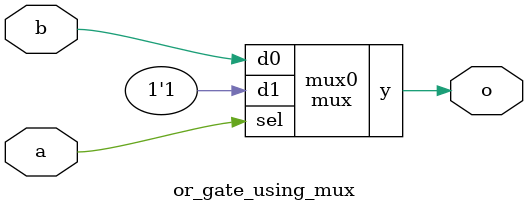
<source format=sv>

module mux
(
  input  d0, d1,
  input  sel,
  output y
);

  assign y = sel ? d1 : d0;

endmodule

//----------------------------------------------------------------------------
// Task
//----------------------------------------------------------------------------

module or_gate_using_mux
(
    input  a,
    input  b,
    output o
);

  // Task:

  // Implement or gate using instance(s) of mux,
  // constants 0 and 1, and wire connections
  mux mux0 (b, '1, a, o);

endmodule

</source>
